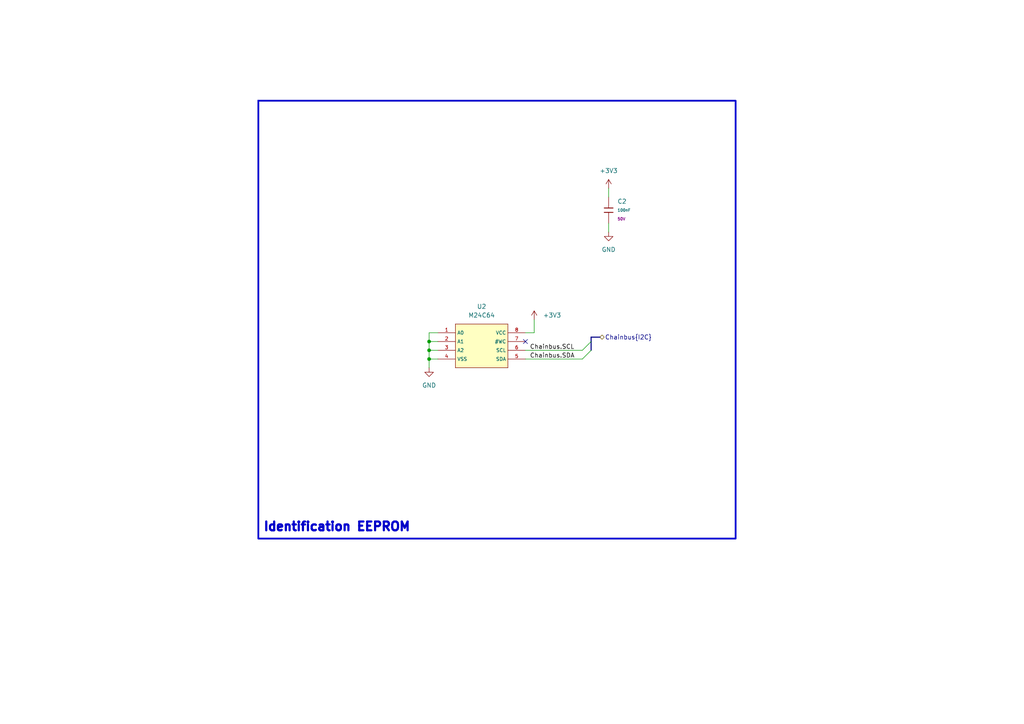
<source format=kicad_sch>
(kicad_sch (version 20250114) (generator "eeschema") (generator_version "9.0")
  (paper "A4")
  (lib_symbols
    (symbol "PCM_JLCPCB-Capacitors:0603,100nF" (pin_numbers (hide yes)) (pin_names (offset 0))
      (property "Reference" "C" (at 2.032 1.668 0))
      (property "Value" "100nF" (at 2.032 -0.3782 0))
      (property "Voltage Rated" "50V" (at 2.032 -2.0462 0))
      (symbol "0603,100nF_0_1"
        (polyline (pts (xy -1.27 0.635) (xy 1.27 0.635)) (stroke (width 0.254)))
        (polyline (pts (xy -1.27 -0.635) (xy 1.27 -0.635)) (stroke (width 0.254)))
      )
      (symbol "0603,100nF_1_1"
        (pin passive line (at 0 3.81 270) (length 3.175) (name "~") (number "1"))
        (pin passive line (at 0 -3.81 90) (length 3.175) (name "~") (number "2"))
      )
    )
    (symbol "PCM_JLCPCB-Memory:64Kbit, I2C"
      (property "Reference" "U" (at 0 1.27 0))
      (property "Value" "M24C64" (at 0 -2.54 0))
      (symbol "64Kbit, I2C_0_1"
        (rectangle (start -7.62 7.62) (end 7.62 -5.08) (fill (type background)))
        (pin unspecified line (at -12.7 5.08 0) (length 5.08) (name "A0") (number "1"))
        (pin unspecified line (at -12.7 2.54 0) (length 5.08) (name "A1") (number "2"))
        (pin unspecified line (at -12.7 0 0) (length 5.08) (name "A2") (number "3"))
        (pin power_in line (at -12.7 -2.54 0) (length 5.08) (name "VSS") (number "4"))
        (pin power_in line (at 12.7 5.08 180) (length 5.08) (name "VCC") (number "8"))
        (pin unspecified line (at 12.7 2.54 180) (length 5.08) (name "#WC") (number "7"))
        (pin unspecified line (at 12.7 0 180) (length 5.08) (name "SCL") (number "6"))
        (pin bidirectional line (at 12.7 -2.54 180) (length 5.08) (name "SDA") (number "5"))
      )
    )
    (symbol "power:+5V" (power) (pin_numbers (hide yes)) (pin_names (offset 0) (hide yes))
      (property "Value" "+5V" (at 0 3.556 0))
      (symbol "+5V_0_1"
        (polyline (pts (xy -0.762 1.27) (xy 0 2.54)))
        (polyline (pts (xy 0 2.54) (xy 0.762 1.27)))
        (polyline (pts (xy 0 0) (xy 0 2.54)))
      )
      (symbol "+5V_1_1"
        (pin power_in line (at 0 0 90) (length 0) (name "~") (number "1"))
      )
    )
    (symbol "power:GND" (power) (pin_numbers (hide yes)) (pin_names (offset 0) (hide yes))
      (property "Value" "GND" (at 0 -3.81 0))
      (symbol "GND_0_1"
        (polyline (pts (xy 0 0) (xy 0 -1.27) (xy 1.27 -1.27) (xy 0 -2.54) (xy -1.27 -1.27) (xy 0 -1.27)))
      )
      (symbol "GND_1_1"
        (pin power_in line (at 0 0 270) (length 0) (name "~") (number "1"))
      )
    )
  )
  (rectangle (start 74.93 29.21) (end 213.36 156.21) (stroke (width 0.508)))
  (text "Identification EEPROM" (at 76.2 152.908 0) (effects (font (size 2.54 2.54) (thickness 0.762) (bold yes)) (justify left)))
  (junction (at 124.46 104.14))
  (junction (at 124.46 99.06))
  (junction (at 124.46 101.6))
  (no_connect (at 152.4 99.06))
  (bus_entry (at 171.45 99.06) (size -2.54 2.54))
  (bus_entry (at 171.45 101.6) (size -2.54 2.54))
  (bus (pts (xy 171.45 99.06) (xy 171.45 101.6)))
  (bus (pts (xy 171.45 97.79) (xy 171.45 99.06)))
  (wire (pts (xy 124.46 99.06) (xy 124.46 96.52)))
  (wire (pts (xy 152.4 101.6) (xy 168.91 101.6)))
  (wire (pts (xy 124.46 104.14) (xy 124.46 101.6)))
  (wire (pts (xy 124.46 96.52) (xy 127 96.52)))
  (wire (pts (xy 124.46 99.06) (xy 127 99.06)))
  (wire (pts (xy 124.46 104.14) (xy 127 104.14)))
  (wire (pts (xy 152.4 96.52) (xy 154.94 96.52)))
  (wire (pts (xy 152.4 104.14) (xy 168.91 104.14)))
  (bus (pts (xy 173.99 97.79) (xy 171.45 97.79)))
  (wire (pts (xy 176.53 64.77) (xy 176.53 67.31)))
  (wire (pts (xy 154.94 92.71) (xy 154.94 96.52)))
  (wire (pts (xy 176.53 54.61) (xy 176.53 57.15)))
  (wire (pts (xy 124.46 101.6) (xy 127 101.6)))
  (wire (pts (xy 124.46 101.6) (xy 124.46 99.06)))
  (wire (pts (xy 124.46 106.68) (xy 124.46 104.14)))
  (label "Chainbus.SDA" (at 153.67 104.14 0))
  (label "Chainbus.SCL" (at 153.67 101.6 0))
  (hierarchical_label "Chainbus{I2C}" (shape bidirectional) (at 173.99 97.79 0))
  (symbol (lib_id "PCM_JLCPCB-Memory:64Kbit, I2C") (at 139.7 101.6 0) (unit 1)
    (property "Reference" "U2" (at 139.7 88.9 0))
    (property "Value" "M24C64" (at 139.7 91.44 0))
    (property "Footprint" "PCM_JLCPCB:SOIC-8_L5.0-W4.0-P1.27-LS6.0-BL" (effects (hide yes)))
    (property "Datasheet" "https://www.lcsc.com/datasheet/lcsc_datasheet_1809261911_STMicroelectronics-M24C64-RMN6TP_C79988.pdf" (effects (hide yes)))
    (property "Description" "64Kbit I2C SOIC-8 EEPROM ROHS" (effects (hide yes)))
    (property "LCSC" "C79988" (effects (hide yes)))
    (property "Stock" "133697" (effects (hide yes)))
    (property "Price" "0.119USD" (effects (hide yes)))
    (property "Process" "SMT" (effects (hide yes)))
    (property "Minimum Qty" "1" (effects (hide yes)))
    (property "Attrition Qty" "0" (effects (hide yes)))
    (property "Class" "Preferred Component" (effects (hide yes)))
    (property "Category" "Memory,EEPROM" (effects (hide yes)))
    (property "Manufacturer" "STMicroelectronics" (effects (hide yes)))
    (property "Part" "M24C64-RMN6TP" (effects (hide yes)))
    (property "Interface Type" "I2C" (effects (hide yes)))
    (property "Supply Voltage" "1.8V~5.5V" (effects (hide yes)))
    (property "Memory Size" "64Kbit" (effects (hide yes)))
    (property "Operating Temperature" "-40°C~+85°C" (effects (hide yes)))
  )
  (symbol (lib_id "power:GND") (at 176.53 67.31 0) (unit 1)
    (property "Reference" "#PWR045" (effects (hide yes)))
    (property "Value" "GND" (at 176.53 72.39 0))
    (property "Description" "Power symbol creates a global label with name \"GND\" , ground" (effects (hide yes)))
  )
  (symbol (lib_id "power:+5V") (at 176.53 54.61 0) (unit 1)
    (property "Reference" "#PWR044" (effects (hide yes)))
    (property "Value" "+3V3" (at 176.53 49.53 0))
    (property "Description" "Power symbol creates a global label with name \"+5V\"" (effects (hide yes)))
  )
  (symbol (lib_id "PCM_JLCPCB-Capacitors:0603,100nF") (at 176.53 60.96 0) (unit 1)
    (property "Reference" "C2" (at 179.07 58.4199 0) (effects (justify left)))
    (property "Value" "100nF" (at 179.07 60.96 0) (effects (font (size 0.8 0.8)) (justify left)))
    (property "Footprint" "PCM_JLCPCB:C_0603" (effects (hide yes)))
    (property "Datasheet" "https://www.lcsc.com/datasheet/lcsc_datasheet_2211101700_YAGEO-CC0603KRX7R9BB104_C14663.pdf" (effects (hide yes)))
    (property "Description" "50V 100nF X7R ±10% 0603 Multilayer Ceramic Capacitors MLCC - SMD/SMT ROHS" (effects (hide yes)))
    (property "LCSC" "C14663" (effects (hide yes)))
    (property "Stock" "70324515" (effects (hide yes)))
    (property "Price" "0.006USD" (effects (hide yes)))
    (property "Process" "SMT" (effects (hide yes)))
    (property "Minimum Qty" "20" (effects (hide yes)))
    (property "Attrition Qty" "10" (effects (hide yes)))
    (property "Class" "Basic Component" (effects (hide yes)))
    (property "Category" "Capacitors,Multilayer Ceramic Capacitors MLCC - SMD/SMT" (effects (hide yes)))
    (property "Manufacturer" "YAGEO" (effects (hide yes)))
    (property "Part" "CC0603KRX7R9BB104" (effects (hide yes)))
    (property "Voltage Rated" "50V" (at 179.07 63.5 0) (effects (font (size 0.8 0.8)) (justify left)))
    (property "Tolerance" "±10%" (effects (hide yes)))
    (property "Capacitance" "100nF" (effects (hide yes)))
    (property "Temperature Coefficient" "X7R" (effects (hide yes)))
  )
  (symbol (lib_id "power:+5V") (at 154.94 92.71 0) (mirror y) (unit 1)
    (property "Reference" "#PWR043" (effects (hide yes)))
    (property "Value" "+3V3" (at 157.48 91.4399 0) (effects (justify right)))
    (property "Description" "Power symbol creates a global label with name \"+5V\"" (effects (hide yes)))
  )
  (symbol (lib_id "power:GND") (at 124.46 106.68 0) (unit 1)
    (property "Reference" "#PWR042" (effects (hide yes)))
    (property "Value" "GND" (at 124.46 111.76 0))
    (property "Description" "Power symbol creates a global label with name \"GND\" , ground" (effects (hide yes)))
  )
)
</source>
